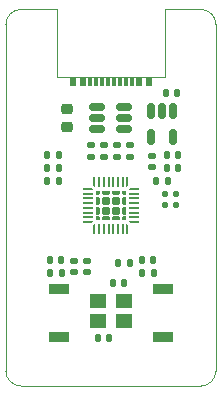
<source format=gtp>
G04 #@! TF.GenerationSoftware,KiCad,Pcbnew,8.0.0*
G04 #@! TF.CreationDate,2024-04-25T17:25:40+07:00*
G04 #@! TF.ProjectId,artemisia,61727465-6d69-4736-9961-2e6b69636164,2*
G04 #@! TF.SameCoordinates,Original*
G04 #@! TF.FileFunction,Paste,Top*
G04 #@! TF.FilePolarity,Positive*
%FSLAX46Y46*%
G04 Gerber Fmt 4.6, Leading zero omitted, Abs format (unit mm)*
G04 Created by KiCad (PCBNEW 8.0.0) date 2024-04-25 17:25:40*
%MOMM*%
%LPD*%
G01*
G04 APERTURE LIST*
G04 Aperture macros list*
%AMRoundRect*
0 Rectangle with rounded corners*
0 $1 Rounding radius*
0 $2 $3 $4 $5 $6 $7 $8 $9 X,Y pos of 4 corners*
0 Add a 4 corners polygon primitive as box body*
4,1,4,$2,$3,$4,$5,$6,$7,$8,$9,$2,$3,0*
0 Add four circle primitives for the rounded corners*
1,1,$1+$1,$2,$3*
1,1,$1+$1,$4,$5*
1,1,$1+$1,$6,$7*
1,1,$1+$1,$8,$9*
0 Add four rect primitives between the rounded corners*
20,1,$1+$1,$2,$3,$4,$5,0*
20,1,$1+$1,$4,$5,$6,$7,0*
20,1,$1+$1,$6,$7,$8,$9,0*
20,1,$1+$1,$8,$9,$2,$3,0*%
%AMFreePoly0*
4,1,14,0.085355,0.385355,0.100000,0.350000,0.100000,-0.350000,0.085355,-0.385355,0.050000,-0.400000,0.020711,-0.400000,-0.014644,-0.385355,-0.085355,-0.314644,-0.100000,-0.279289,-0.100000,0.350000,-0.085355,0.385355,-0.050000,0.400000,0.050000,0.400000,0.085355,0.385355,0.085355,0.385355,$1*%
%AMFreePoly1*
4,1,14,0.085355,0.385355,0.100000,0.350000,0.100000,-0.279289,0.085355,-0.314644,0.014644,-0.385355,-0.020711,-0.400000,-0.050000,-0.400000,-0.085355,-0.385355,-0.100000,-0.350000,-0.100000,0.350000,-0.085355,0.385355,-0.050000,0.400000,0.050000,0.400000,0.085355,0.385355,0.085355,0.385355,$1*%
%AMFreePoly2*
4,1,14,0.385355,0.085355,0.400000,0.050000,0.400000,-0.050000,0.385355,-0.085355,0.350000,-0.100000,-0.350000,-0.100000,-0.385355,-0.085355,-0.400000,-0.050000,-0.400000,-0.020711,-0.385355,0.014644,-0.314644,0.085355,-0.279289,0.100000,0.350000,0.100000,0.385355,0.085355,0.385355,0.085355,$1*%
%AMFreePoly3*
4,1,14,0.385355,0.085355,0.400000,0.050000,0.400000,-0.050000,0.385355,-0.085355,0.350000,-0.100000,-0.279289,-0.100000,-0.314644,-0.085355,-0.385355,-0.014644,-0.400000,0.020711,-0.400000,0.050000,-0.385355,0.085355,-0.350000,0.100000,0.350000,0.100000,0.385355,0.085355,0.385355,0.085355,$1*%
%AMFreePoly4*
4,1,14,0.014644,0.385355,0.085355,0.314644,0.100000,0.279289,0.100000,-0.350000,0.085355,-0.385355,0.050000,-0.400000,-0.050000,-0.400000,-0.085355,-0.385355,-0.100000,-0.350000,-0.100000,0.350000,-0.085355,0.385355,-0.050000,0.400000,-0.020711,0.400000,0.014644,0.385355,0.014644,0.385355,$1*%
%AMFreePoly5*
4,1,14,0.085355,0.385355,0.100000,0.350000,0.100000,-0.350000,0.085355,-0.385355,0.050000,-0.400000,-0.050000,-0.400000,-0.085355,-0.385355,-0.100000,-0.350000,-0.100000,0.279289,-0.085355,0.314644,-0.014644,0.385355,0.020711,0.400000,0.050000,0.400000,0.085355,0.385355,0.085355,0.385355,$1*%
%AMFreePoly6*
4,1,14,0.385355,0.085355,0.400000,0.050000,0.400000,0.020711,0.385355,-0.014644,0.314644,-0.085355,0.279289,-0.100000,-0.350000,-0.100000,-0.385355,-0.085355,-0.400000,-0.050000,-0.400000,0.050000,-0.385355,0.085355,-0.350000,0.100000,0.350000,0.100000,0.385355,0.085355,0.385355,0.085355,$1*%
%AMFreePoly7*
4,1,14,0.314644,0.085355,0.385355,0.014644,0.400000,-0.020711,0.400000,-0.050000,0.385355,-0.085355,0.350000,-0.100000,-0.350000,-0.100000,-0.385355,-0.085355,-0.400000,-0.050000,-0.400000,0.050000,-0.385355,0.085355,-0.350000,0.100000,0.279289,0.100000,0.314644,0.085355,0.314644,0.085355,$1*%
%AMFreePoly8*
4,1,19,0.152013,0.173193,0.186792,0.125324,0.191478,0.095739,0.191478,-0.095739,0.173193,-0.152013,0.125324,-0.186792,0.095739,-0.191478,-0.095739,-0.191478,-0.152013,-0.173193,-0.186792,-0.125324,-0.191478,-0.095739,-0.191478,-0.038978,-0.173193,0.017296,-0.163437,0.028720,-0.028720,0.163437,0.024001,0.190299,0.038978,0.191478,0.095739,0.191478,0.152013,0.173193,0.152013,0.173193,
$1*%
%AMFreePoly9*
4,1,21,0.152013,0.324361,0.186792,0.276492,0.191478,0.246907,0.191478,-0.246907,0.173193,-0.303181,0.125324,-0.337960,0.095739,-0.342646,0.002645,-0.342646,-0.053629,-0.324361,-0.065053,-0.314604,-0.163437,-0.216219,-0.190299,-0.163498,-0.191478,-0.148522,-0.191478,0.148522,-0.173193,0.204796,-0.163437,0.216219,-0.065053,0.314604,-0.012332,0.341467,0.002645,0.342646,0.095739,0.342646,
0.152013,0.324361,0.152013,0.324361,$1*%
%AMFreePoly10*
4,1,19,0.152013,0.173193,0.186792,0.125324,0.191478,0.095739,0.191478,-0.095739,0.173193,-0.152013,0.125324,-0.186792,0.095739,-0.191478,0.038978,-0.191478,-0.017296,-0.173193,-0.028720,-0.163437,-0.163437,-0.028720,-0.190299,0.024001,-0.191478,0.038978,-0.191478,0.095739,-0.173193,0.152013,-0.125324,0.186792,-0.095739,0.191478,0.095739,0.191478,0.152013,0.173193,0.152013,0.173193,
$1*%
%AMFreePoly11*
4,1,21,0.204796,0.173193,0.216219,0.163437,0.314604,0.065053,0.341467,0.012332,0.342646,-0.002645,0.342646,-0.095739,0.324361,-0.152013,0.276492,-0.186792,0.246907,-0.191478,-0.246907,-0.191478,-0.303181,-0.173193,-0.337960,-0.125324,-0.342646,-0.095739,-0.342646,-0.002645,-0.324361,0.053629,-0.314604,0.065053,-0.216219,0.163437,-0.163498,0.190299,-0.148522,0.191478,0.148522,0.191478,
0.204796,0.173193,0.204796,0.173193,$1*%
%AMFreePoly12*
4,1,25,0.243606,0.323103,0.248978,0.318179,0.318179,0.248978,0.342328,0.197191,0.342646,0.189911,0.342646,-0.189911,0.323103,-0.243606,0.318179,-0.248978,0.248978,-0.318179,0.197191,-0.342328,0.189911,-0.342646,-0.189911,-0.342646,-0.243606,-0.323103,-0.248978,-0.318179,-0.318179,-0.248978,-0.342328,-0.197191,-0.342646,-0.189911,-0.342646,0.189911,-0.323103,0.243606,-0.318179,0.248978,
-0.248978,0.318179,-0.197191,0.342328,-0.189911,0.342646,0.189911,0.342646,0.243606,0.323103,0.243606,0.323103,$1*%
%AMFreePoly13*
4,1,21,0.303181,0.173193,0.337960,0.125324,0.342646,0.095739,0.342646,0.002645,0.324361,-0.053629,0.314604,-0.065053,0.216219,-0.163437,0.163498,-0.190299,0.148522,-0.191478,-0.148522,-0.191478,-0.204796,-0.173193,-0.216219,-0.163437,-0.314604,-0.065053,-0.341467,-0.012332,-0.342646,0.002645,-0.342646,0.095739,-0.324361,0.152013,-0.276492,0.186792,-0.246907,0.191478,0.246907,0.191478,
0.303181,0.173193,0.303181,0.173193,$1*%
%AMFreePoly14*
4,1,19,0.017296,0.173193,0.028720,0.163437,0.163437,0.028720,0.190299,-0.024001,0.191478,-0.038978,0.191478,-0.095739,0.173193,-0.152013,0.125324,-0.186792,0.095739,-0.191478,-0.095739,-0.191478,-0.152013,-0.173193,-0.186792,-0.125324,-0.191478,-0.095739,-0.191478,0.095739,-0.173193,0.152013,-0.125324,0.186792,-0.095739,0.191478,-0.038978,0.191478,0.017296,0.173193,0.017296,0.173193,
$1*%
%AMFreePoly15*
4,1,21,0.053629,0.324361,0.065053,0.314604,0.163437,0.216219,0.190299,0.163498,0.191478,0.148522,0.191478,-0.148522,0.173193,-0.204796,0.163437,-0.216219,0.065053,-0.314604,0.012332,-0.341467,-0.002645,-0.342646,-0.095739,-0.342646,-0.152013,-0.324361,-0.186792,-0.276492,-0.191478,-0.246907,-0.191478,0.246907,-0.173193,0.303181,-0.125324,0.337960,-0.095739,0.342646,-0.002645,0.342646,
0.053629,0.324361,0.053629,0.324361,$1*%
%AMFreePoly16*
4,1,19,0.152013,0.173193,0.186792,0.125324,0.191478,0.095739,0.191478,0.038978,0.173193,-0.017296,0.163437,-0.028720,0.028720,-0.163437,-0.024001,-0.190299,-0.038978,-0.191478,-0.095739,-0.191478,-0.152013,-0.173193,-0.186792,-0.125324,-0.191478,-0.095739,-0.191478,0.095739,-0.173193,0.152013,-0.125324,0.186792,-0.095739,0.191478,0.095739,0.191478,0.152013,0.173193,0.152013,0.173193,
$1*%
G04 Aperture macros list end*
%ADD10RoundRect,0.140000X-0.140000X-0.170000X0.140000X-0.170000X0.140000X0.170000X-0.140000X0.170000X0*%
%ADD11RoundRect,0.135000X-0.135000X-0.185000X0.135000X-0.185000X0.135000X0.185000X-0.135000X0.185000X0*%
%ADD12RoundRect,0.135000X0.135000X0.185000X-0.135000X0.185000X-0.135000X-0.185000X0.135000X-0.185000X0*%
%ADD13RoundRect,0.140000X0.140000X0.170000X-0.140000X0.170000X-0.140000X-0.170000X0.140000X-0.170000X0*%
%ADD14RoundRect,0.150000X-0.512500X-0.150000X0.512500X-0.150000X0.512500X0.150000X-0.512500X0.150000X0*%
%ADD15RoundRect,0.140000X0.170000X-0.140000X0.170000X0.140000X-0.170000X0.140000X-0.170000X-0.140000X0*%
%ADD16R,0.600000X0.800000*%
%ADD17R,0.300000X0.800000*%
%ADD18R,1.700000X0.900000*%
%ADD19FreePoly0,90.000000*%
%ADD20RoundRect,0.050000X0.350000X-0.050000X0.350000X0.050000X-0.350000X0.050000X-0.350000X-0.050000X0*%
%ADD21FreePoly1,90.000000*%
%ADD22FreePoly2,90.000000*%
%ADD23RoundRect,0.050000X0.050000X-0.350000X0.050000X0.350000X-0.050000X0.350000X-0.050000X-0.350000X0*%
%ADD24FreePoly3,90.000000*%
%ADD25FreePoly4,90.000000*%
%ADD26FreePoly5,90.000000*%
%ADD27FreePoly6,90.000000*%
%ADD28FreePoly7,90.000000*%
%ADD29FreePoly8,90.000000*%
%ADD30FreePoly9,90.000000*%
%ADD31FreePoly10,90.000000*%
%ADD32FreePoly11,90.000000*%
%ADD33FreePoly12,90.000000*%
%ADD34FreePoly13,90.000000*%
%ADD35FreePoly14,90.000000*%
%ADD36FreePoly15,90.000000*%
%ADD37FreePoly16,90.000000*%
%ADD38RoundRect,0.150000X-0.150000X0.512500X-0.150000X-0.512500X0.150000X-0.512500X0.150000X0.512500X0*%
%ADD39RoundRect,0.218750X-0.256250X0.218750X-0.256250X-0.218750X0.256250X-0.218750X0.256250X0.218750X0*%
%ADD40RoundRect,0.140000X-0.170000X0.140000X-0.170000X-0.140000X0.170000X-0.140000X0.170000X0.140000X0*%
%ADD41RoundRect,0.125000X0.125000X-0.125000X0.125000X0.125000X-0.125000X0.125000X-0.125000X-0.125000X0*%
%ADD42R,1.400000X1.200000*%
%ADD43RoundRect,0.135000X0.185000X-0.135000X0.185000X0.135000X-0.185000X0.135000X-0.185000X-0.135000X0*%
%ADD44RoundRect,0.135000X-0.185000X0.135000X-0.185000X-0.135000X0.185000X-0.135000X0.185000X0.135000X0*%
%ADD45RoundRect,0.147500X0.147500X0.172500X-0.147500X0.172500X-0.147500X-0.172500X0.147500X-0.172500X0*%
G04 #@! TA.AperFunction,Profile*
%ADD46C,0.100000*%
G04 #@! TD*
G04 APERTURE END LIST*
D10*
X7790000Y-27850000D03*
X8750000Y-27850000D03*
D11*
X3490000Y-12350000D03*
X4510000Y-12350000D03*
D12*
X13710000Y-14500000D03*
X12690000Y-14500000D03*
D13*
X10480000Y-21500000D03*
X9520000Y-21500000D03*
D14*
X7752500Y-8250000D03*
X7752500Y-9200000D03*
X7752500Y-10150000D03*
X10027500Y-10150000D03*
X10027500Y-9200000D03*
X10027500Y-8250000D03*
D10*
X13520000Y-7100000D03*
X14480000Y-7100000D03*
D12*
X4720000Y-22325000D03*
X3700000Y-22325000D03*
D13*
X14580000Y-12325000D03*
X13620000Y-12325000D03*
D15*
X12400000Y-13355000D03*
X12400000Y-12395000D03*
D16*
X12103000Y-6150474D03*
X11303000Y-6150474D03*
D17*
X10653000Y-6150474D03*
X10153000Y-6150474D03*
X9653000Y-6150474D03*
X9153000Y-6150474D03*
X8653000Y-6150474D03*
X8153000Y-6150474D03*
X7653000Y-6150474D03*
X7153000Y-6150474D03*
D16*
X6503000Y-6150474D03*
X5703000Y-6150474D03*
D13*
X4690000Y-21225000D03*
X3730000Y-21225000D03*
D11*
X11490000Y-22325000D03*
X12510000Y-22325000D03*
D18*
X4500000Y-23650000D03*
X4500000Y-27750000D03*
D19*
X6940000Y-18000000D03*
D20*
X6940000Y-17600000D03*
X6940000Y-17200000D03*
X6940000Y-16800000D03*
X6940000Y-16400000D03*
X6940000Y-16000000D03*
X6940000Y-15600000D03*
D21*
X6940000Y-15200000D03*
D22*
X7490000Y-14650000D03*
D23*
X7890000Y-14650000D03*
X8290000Y-14650000D03*
X8690000Y-14650000D03*
X9090000Y-14650000D03*
X9490000Y-14650000D03*
X9890000Y-14650000D03*
D24*
X10290000Y-14650000D03*
D25*
X10840000Y-15200000D03*
D20*
X10840000Y-15600000D03*
X10840000Y-16000000D03*
X10840000Y-16400000D03*
X10840000Y-16800000D03*
X10840000Y-17200000D03*
X10840000Y-17600000D03*
D26*
X10840000Y-18000000D03*
D27*
X10290000Y-18550000D03*
D23*
X9890000Y-18550000D03*
X9490000Y-18550000D03*
X9090000Y-18550000D03*
X8690000Y-18550000D03*
X8290000Y-18550000D03*
X7890000Y-18550000D03*
D28*
X7490000Y-18550000D03*
D29*
X9977500Y-15512500D03*
D30*
X9315000Y-15512500D03*
X8465000Y-15512500D03*
D31*
X7802500Y-15512500D03*
D32*
X9977500Y-16175000D03*
D33*
X9315000Y-16175000D03*
X8465000Y-16175000D03*
D34*
X7802500Y-16175000D03*
D32*
X9977500Y-17025000D03*
D33*
X9315000Y-17025000D03*
X8465000Y-17025000D03*
D34*
X7802500Y-17025000D03*
D35*
X9977500Y-17687500D03*
D36*
X9315000Y-17687500D03*
X8465000Y-17687500D03*
D37*
X7802500Y-17687500D03*
D38*
X14150000Y-8562500D03*
X13200000Y-8562500D03*
X12250000Y-8562500D03*
X12250000Y-10837500D03*
X14150000Y-10837500D03*
D39*
X5200000Y-8412500D03*
X5200000Y-9987500D03*
D18*
X13280000Y-23650000D03*
X13280000Y-27750000D03*
D40*
X5800000Y-21295000D03*
X5800000Y-22255000D03*
D10*
X9030000Y-23150000D03*
X9990000Y-23150000D03*
D41*
X14400000Y-16550000D03*
X14400000Y-15650000D03*
X13500000Y-15650000D03*
X13500000Y-16550000D03*
D10*
X13620000Y-13425000D03*
X14580000Y-13425000D03*
D15*
X6900000Y-22255000D03*
X6900000Y-21295000D03*
D42*
X9990000Y-24650000D03*
X7790000Y-24650000D03*
X7790000Y-26350000D03*
X9990000Y-26350000D03*
D43*
X8325000Y-12510000D03*
X8325000Y-11490000D03*
D10*
X11520000Y-21225000D03*
X12480000Y-21225000D03*
D44*
X7225000Y-11490000D03*
X7225000Y-12510000D03*
D45*
X4485000Y-14500000D03*
X3515000Y-14500000D03*
D43*
X9425000Y-12510000D03*
X9425000Y-11490000D03*
X10550000Y-12510000D03*
X10550000Y-11490000D03*
D11*
X3490000Y-13450000D03*
X4510000Y-13450000D03*
D46*
X0Y-1270000D02*
X0Y-30607000D01*
X16510000Y0D02*
G75*
G02*
X17780000Y-1270000I0J-1270000D01*
G01*
X13462000Y-5711600D02*
X4318000Y-5711600D01*
X1270000Y-31877000D02*
G75*
G02*
X0Y-30607000I-3J1269997D01*
G01*
X0Y-1270000D02*
G75*
G02*
X1270000Y0I1270000J0D01*
G01*
X17780000Y-1270000D02*
X17780000Y-30607000D01*
X4318000Y-5711600D02*
X4318000Y0D01*
X13462000Y0D02*
X16510000Y0D01*
X1270000Y0D02*
X4318000Y0D01*
X1270000Y-31877000D02*
X16510000Y-31877000D01*
X13462000Y0D02*
X13462000Y-5711600D01*
X17780000Y-30607000D02*
G75*
G02*
X16510000Y-31877000I-1270000J0D01*
G01*
M02*

</source>
